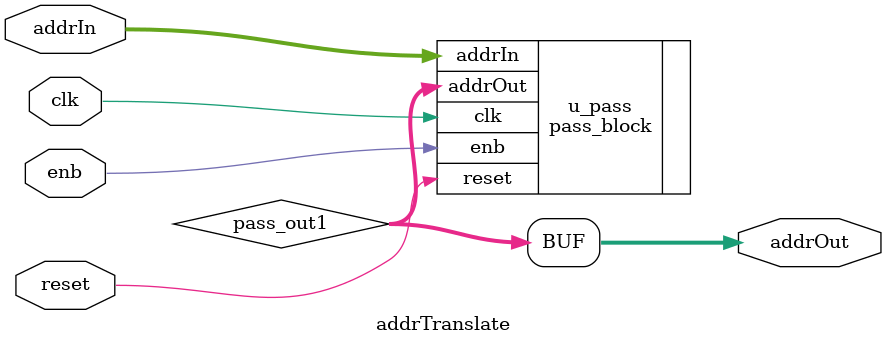
<source format=v>



`timescale 1 ns / 1 ns

module addrTranslate
          (clk,
           reset,
           enb,
           addrIn,
           addrOut);


  input   clk;
  input   reset;
  input   enb;
  input   [9:0] addrIn;  // ufix10
  output  [9:0] addrOut;  // ufix10


  wire [9:0] pass_out1;  // ufix10


  pass_block u_pass (.clk(clk),
                     .reset(reset),
                     .enb(enb),
                     .addrIn(addrIn),  // ufix10
                     .addrOut(pass_out1)  // ufix10
                     );

  assign addrOut = pass_out1;

endmodule  // addrTranslate


</source>
